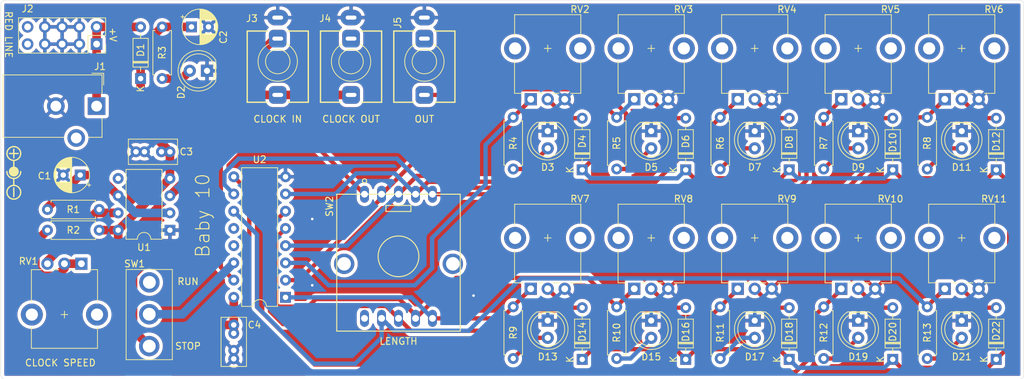
<source format=kicad_pcb>
(kicad_pcb (version 20211014) (generator pcbnew)
  (layers (0 "F.Cu" signal) (31 "B.Cu" signal) (36 "B.SilkS" user "B.Silkscreen") (37 "F.SilkS" user "F.Silkscreen") (38 "B.Mask" user) (39 "F.Mask" user) (44 "Edge.Cuts" user))
  (net 0 "")
  (net 1 "Net-(C1-Pad1)")
  (net 2 "GND")
  (net 3 "VCC")
  (net 4 "Net-(D1-Pad2)")
  (net 5 "Net-(D2-Pad2)")
  (net 6 "Net-(D3-Pad2)")
  (net 7 "Net-(D10-Pad1)")
  (net 8 "Net-(D4-Pad2)")
  (net 9 "Net-(D5-Pad2)")
  (net 10 "Net-(D6-Pad2)")
  (net 11 "Net-(D7-Pad2)")
  (net 12 "Net-(D8-Pad2)")
  (net 13 "Net-(D9-Pad2)")
  (net 14 "Net-(D10-Pad2)")
  (net 15 "Net-(D11-Pad2)")
  (net 16 "Net-(D12-Pad2)")
  (net 17 "Net-(D13-Pad2)")
  (net 18 "Net-(D14-Pad2)")
  (net 19 "Net-(D15-Pad2)")
  (net 20 "Net-(D16-Pad2)")
  (net 21 "Net-(D17-Pad2)")
  (net 22 "Net-(D18-Pad2)")
  (net 23 "Net-(D19-Pad2)")
  (net 24 "Net-(D20-Pad2)")
  (net 25 "Net-(D21-Pad2)")
  (net 26 "Net-(D22-Pad2)")
  (net 29 "/CLOCK")
  (net 30 "Net-(J3-PadTN)")
  (net 33 "Net-(R1-Pad2)")
  (net 34 "Net-(R2-Pad2)")
  (net 35 "Net-(R4-Pad1)")
  (net 36 "Net-(R5-Pad1)")
  (net 37 "Net-(R6-Pad1)")
  (net 38 "Net-(R7-Pad1)")
  (net 39 "Net-(R8-Pad1)")
  (net 40 "Net-(R9-Pad1)")
  (net 41 "Net-(R10-Pad1)")
  (net 42 "Net-(R11-Pad1)")
  (net 43 "Net-(R12-Pad1)")
  (net 44 "Net-(R13-Pad1)")
  (net 46 "Net-(SW1-Pad2)")
  (net 47 "Net-(SW2-Pad1)")
  (footprint "LED_THT:LED_D5.0mm" (layer "F.Cu") (at 120.015 78.232 -90)
    (fp_text reference "D13")
    (fp_text value "LED")
  )
  (footprint "AudioJacks:Jack_3.5mm_QingPu_WQP-PJ398SM_Vertical" (layer "F.Cu") (at 101.854 40.038 180)
    (fp_text reference "J5")
    (fp_text value "OUT")
  )
  (footprint "LED_THT:LED_D5.0mm" (layer "F.Cu") (at 180.975 50.292 -90)
    (fp_text reference "D11")
    (fp_text value "LED")
  )
  (footprint "LED_THT:LED_D5.0mm" (layer "F.Cu") (at 180.975 78.232 -90)
    (fp_text reference "D21")
    (fp_text value "LED")
  )
  (footprint "Package_DIP:DIP-16_W7.62mm" (layer "F.Cu") (at 81.407 74.803 180)
    (fp_text reference "U2")
    (fp_text value "4017")
  )
  (footprint "Rumblesan_Footprints:Potentiometer_Alpha_RD901F-40-00D_Single_Vertical_CircularHoles" (layer "F.Cu") (at 120.015 38.1)
    (fp_text reference "RV2")
    (fp_text value "100kB")
  )
  (footprint "LED_THT:LED_D5.0mm" (layer "F.Cu") (at 150.495 50.292 -90)
    (fp_text reference "D7")
    (fp_text value "LED")
  )
  (footprint "Rumblesan_Footprints:D_DO-35_SOD27_P7.62mm_Horizontal" (layer "F.Cu") (at 186.055 83.947 90)
    (fp_text reference "D22")
    (fp_text value "1n5189")
  )
  (footprint "Rumblesan_Footprints:R_Axial_DIN0207_L6.3mm_D2.5mm_P7.62mm_Horizontal" (layer "F.Cu") (at 46.355 61.849)
    (fp_text reference "R1")
    (fp_text value "1k")
  )
  (footprint "Rumblesan_Footprints:R_Axial_DIN0207_L6.3mm_D2.5mm_P7.62mm_Horizontal" (layer "F.Cu") (at 114.935 48.26 -90)
    (fp_text reference "R4")
    (fp_text value "3k3")
  )
  (footprint "Rumblesan_Footprints:CP_Radial_D5.0mm_P2.50mm" (layer "F.Cu") (at 67.564 34.925)
    (fp_text reference "C2")
    (fp_text value "1uF")
  )
  (footprint "Rumblesan_Footprints:R_Axial_DIN0207_L6.3mm_D2.5mm_P7.62mm_Horizontal" (layer "F.Cu") (at 145.415 76.2 -90)
    (fp_text reference "R11")
    (fp_text value "3k3")
  )
  (footprint "Rumblesan_Footprints:CP_Radial_D5.0mm_P2.50mm" (layer "F.Cu") (at 51.181 56.769 180)
    (fp_text reference "C1")
    (fp_text value "10uF")
  )
  (footprint "LED_THT:LED_D5.0mm" (layer "F.Cu") (at 135.255 50.292 -90)
    (fp_text reference "D5")
    (fp_text value "LED")
  )
  (footprint "Rumblesan_Footprints:R_Axial_DIN0207_L6.3mm_D2.5mm_P7.62mm_Horizontal" (layer "F.Cu") (at 175.895 48.26 -90)
    (fp_text reference "R8")
    (fp_text value "3k3")
  )
  (footprint "Rumblesan_Footprints:R_Axial_DIN0207_L6.3mm_D2.5mm_P7.62mm_Horizontal" (layer "F.Cu") (at 63.246 34.925 -90)
    (fp_text reference "R3")
    (fp_text value "3k3")
  )
  (footprint "LED_THT:LED_D5.0mm" (layer "F.Cu") (at 69.85 41.402 180)
    (fp_text reference "D2")
    (fp_text value "LED")
  )
  (footprint "Rumblesan_Footprints:R_Axial_DIN0207_L6.3mm_D2.5mm_P7.62mm_Horizontal" (layer "F.Cu") (at 160.655 76.2 -90)
    (fp_text reference "R12")
    (fp_text value "3k3")
  )
  (footprint "Rumblesan_Footprints:D_DO-35_SOD27_P7.62mm_Horizontal" (layer "F.Cu") (at 170.815 83.947 90)
    (fp_text reference "D20")
    (fp_text value "1n5189")
  )
  (footprint "Rumblesan_Footprints:Potentiometer_Alpha_RD901F-40-00D_Single_Vertical_CircularHoles" (layer "F.Cu") (at 48.855 77.343 180)
    (fp_text reference "RV1")
    (fp_text value "100kB")
  )
  (footprint "Rumblesan_Footprints:C_Rect_L7.0mm_W3.5mm_P2.50mm_P5.00mm" (layer "F.Cu") (at 73.787 78.867 -90)
    (fp_text reference "C4")
    (fp_text value "100nF")
  )
  (footprint "Rumblesan_Footprints:D_DO-35_SOD27_P7.62mm_Horizontal" (layer "F.Cu") (at 186.055 56.007 90)
    (fp_text reference "D12")
    (fp_text value "1n5189")
  )
  (footprint "Rumblesan_Footprints:Potentiometer_Alpha_RD901F-40-00D_Single_Vertical_CircularHoles" (layer "F.Cu") (at 135.255 38.1)
    (fp_text reference "RV3")
    (fp_text value "100kB")
  )
  (footprint "Rumblesan_Footprints:D_DO-35_SOD27_P7.62mm_Horizontal" (layer "F.Cu") (at 125.095 83.947 90)
    (fp_text reference "D14")
    (fp_text value "1n5189")
  )
  (footprint "Rumblesan_Footprints:D_DO-35_SOD27_P7.62mm_Horizontal" (layer "F.Cu") (at 125.095 56.007 90)
    (fp_text reference "D4")
    (fp_text value "1n5189")
  )
  (footprint "Rumblesan_Footprints:Potentiometer_Alpha_RD901F-40-00D_Single_Vertical_CircularHoles" (layer "F.Cu") (at 165.735 66.04)
    (fp_text reference "RV10")
    (fp_text value "100kB")
  )
  (footprint "AudioJacks:Jack_3.5mm_QingPu_WQP-PJ398SM_Vertical" (layer "F.Cu") (at 91.059 40.038 180)
    (fp_text reference "J4")
    (fp_text value "Clock_Out")
  )
  (footprint "Rumblesan_Footprints:Potentiometer_Alpha_RD901F-40-00D_Single_Vertical_CircularHoles" (layer "F.Cu") (at 165.735 38.1)
    (fp_text reference "RV5")
    (fp_text value "100kB")
  )
  (footprint "AudioJacks:Jack_3.5mm_QingPu_WQP-PJ398SM_Vertical" (layer "F.Cu") (at 80.264 40.038 180)
    (fp_text reference "J3")
    (fp_text value "Clock_In")
  )
  (footprint "Connector_BarrelJack:BarrelJack_CUI_PJ-102AH_Horizontal" (layer "F.Cu") (at 53.594 46.609 -90)
    (fp_text reference "J1")
    (fp_text value "Barrel_Jack_Switch")
  )
  (footprint "Rumblesan_Footprints:Potentiometer_Alpha_RD901F-40-00D_Single_Vertical_CircularHoles" (layer "F.Cu") (at 120.015 66.04)
    (fp_text reference "RV7")
    (fp_text value "100kB")
  )
  (footprint "Rumblesan_Footprints:D_DO-35_SOD27_P7.62mm_Horizontal" (layer "F.Cu") (at 170.815 56.007 90)
    (fp_text reference "D10")
    (fp_text value "1n5189")
  )
  (footprint "Rumblesan_Footprints:D_DO-35_SOD27_P7.62mm_Horizontal" (layer "F.Cu") (at 140.335 83.947 90)
    (fp_text reference "D16")
    (fp_text value "1n5189")
  )
  (footprint "Rumblesan_Footprints:R_Axial_DIN0207_L6.3mm_D2.5mm_P7.62mm_Horizontal" (layer "F.Cu") (at 130.175 76.2 -90)
    (fp_text reference "R10")
    (fp_text value "3k3")
  )
  (footprint "Rumblesan_Footprints:R_Axial_DIN0207_L6.3mm_D2.5mm_P7.62mm_Horizontal" (layer "F.Cu") (at 114.935 76.2 -90)
    (fp_text reference "R9")
    (fp_text value "3k3")
  )
  (footprint "Rumblesan_Footprints:R_Axial_DIN0207_L6.3mm_D2.5mm_P7.62mm_Horizontal" (layer "F.Cu") (at 160.655 48.26 -90)
    (fp_text reference "R7")
    (fp_text value "3k3")
  )
  (footprint "Rumblesan_Footprints:R_Axial_DIN0207_L6.3mm_D2.5mm_P7.62mm_Horizontal" (layer "F.Cu") (at 175.895 76.2 -90)
    (fp_text reference "R13")
    (fp_text value "3k3")
  )
  (footprint "Rumblesan_Footprints:R_Axial_DIN0207_L6.3mm_D2.5mm_P7.62mm_Horizontal" (layer "F.Cu") (at 130.175 48.26 -90)
    (fp_text reference "R5")
    (fp_text value "3k3")
  )
  (footprint "Rumblesan_Footprints:Potentiometer_Alpha_RD901F-40-00D_Single_Vertical_CircularHoles" (layer "F.Cu") (at 150.495 66.04)
    (fp_text reference "RV9")
    (fp_text value "100kB")
  )
  (footprint "Rumblesan_Footprints:Potentiometer_Alpha_RD901F-40-00D_Single_Vertical_CircularHoles" (layer "F.Cu") (at 180.975 38.1)
    (fp_text reference "RV6")
    (fp_text value "100kB")
  )
  (footprint "Rumblesan_Footprints:Potentiometer_Alpha_RD901F-40-00D_Single_Vertical_CircularHoles" (layer "F.Cu") (at 135.255 66.04)
    (fp_text reference "RV8")
    (fp_text value "100kB")
  )
  (footprint "Rumblesan_Footprints:R_Axial_DIN0207_L6.3mm_D2.5mm_P7.62mm_Horizontal" (layer "F.Cu") (at 145.415 48.26 -90)
    (fp_text reference "R6")
    (fp_text value "3k3")
  )
  (footprint "Rumblesan_Footprints:C_Rect_L7.0mm_W3.5mm_P2.50mm_P5.00mm" (layer "F.Cu") (at 64.389 53.34 180)
    (fp_text reference "C3")
    (fp_text value "100nF")
  )
  (footprint "Package_DIP:DIP-8_W7.62mm" (layer "F.Cu") (at 64.389 64.897 180)
    (fp_text reference "U1")
    (fp_text value "LM555xN")
  )
  (footprint "Rumblesan_Footprints:D_DO-35_SOD27_P7.62mm_Horizontal" (layer "F.Cu") (at 155.575 83.947 90)
    (fp_text reference "D18")
    (fp_text value "1n5189")
  )
  (footprint "Rumblesan_Footprints:Potentiometer_Alpha_RD901F-40-00D_Single_Vertical_CircularHoles" (layer "F.Cu") (at 180.975 66.04)
    (fp_text reference "RV11")
    (fp_text value "100kB")
  )
  (footprint "Connector_PinSocket_2.54mm:PinSocket_2x05_P2.54mm_Vertical" (layer "F.Cu") (at 53.594 37.465 -90)
    (fp_text reference "J2")
    (fp_text value "Euro_Power")
  )
  (footprint "Rumblesan_Footprints:D_DO-35_SOD27_P7.62mm_Horizontal" (layer "F.Cu") (at 140.335 56.007 90)
    (fp_text reference "D6")
    (fp_text value "1n5189")
  )
  (footprint "Rumblesan_Footprints:D_DO-35_SOD27_P7.62mm_Horizontal" (layer "F.Cu") (at 155.575 56.007 90)
    (fp_text reference "D8")
    (fp_text value "1n5189")
  )
  (footprint "LED_THT:LED_D5.0mm" (layer "F.Cu") (at 150.495 78.232 -90)
    (fp_text reference "D17")
    (fp_text value "LED")
  )
  (footprint "Rumblesan_Footprints:SW_SPDT_DailyWell_MiniToggle" (layer "F.Cu") (at 61.341 72.593 -90)
    (fp_text reference "SW1")
    (fp_text value "Run")
  )
  (footprint "LED_THT:LED_D5.0mm" (layer "F.Cu") (at 165.735 78.232 -90)
    (fp_text reference "D19")
    (fp_text value "LED")
  )
  (footprint "Rumblesan_Footprints:D_DO-35_SOD27_P7.62mm_Horizontal" (layer "F.Cu") (at 60.071 42.545 90)
    (fp_text reference "D1")
    (fp_text value "1N5189")
  )
  (footprint "custom:alpha_rotary_8" (layer "F.Cu") (at 98.044 68.755698 180)
    (fp_text reference "SW2")
    (fp_text value "SW_8pos")
  )
  (footprint "LED_THT:LED_D5.0mm" (layer "F.Cu") (at 120.015 50.292 -90)
    (fp_text reference "D3")
    (fp_text value "LED")
  )
  (footprint "Rumblesan_Footprints:R_Axial_DIN0207_L6.3mm_D2.5mm_P7.62mm_Horizontal" (layer "F.Cu") (at 53.975 64.897 180)
    (fp_text reference "R2")
    (fp_text value "1k")
  )
  (footprint "Rumblesan_Footprints:Potentiometer_Alpha_RD901F-40-00D_Single_Vertical_CircularHoles" (layer "F.Cu") (at 150.495 38.1)
    (fp_text reference "RV4")
    (fp_text value "100kB")
  )
  (footprint "LED_THT:LED_D5.0mm" (layer "F.Cu") (at 165.735 50.292 -90)
    (fp_text reference "D9")
    (fp_text value "LED")
  )
  (footprint "LED_THT:LED_D5.0mm" (layer "F.Cu") (at 135.255 78.232 -90)
    (fp_text reference "D15")
    (fp_text value "LED")
  )
  (gr_arc (start 42.418 56.261) (mid 41.402 57.277) (end 40.386 56.261) (layer "F.SilkS") (width 0.2))
  (gr_line (start 41.402 52.959) (end 41.402 54.229) (layer "F.SilkS") (width 0.2))
  (gr_line (start 41.402 55.626) (end 41.402 54.61) (layer "F.SilkS") (width 0.2))
  (gr_line (start 41.402 58.674) (end 41.402 59.944) (layer "F.SilkS") (width 0.2))
  (gr_circle (center 41.402 59.309) (end 42.418 59.309) (layer "F.SilkS") (width 0.2) (fill none))
  (gr_line (start 41.402 58.293) (end 41.402 57.277) (layer "F.SilkS") (width 0.2))
  (gr_line (start 40.767 53.594) (end 42.037 53.594) (layer "F.SilkS") (width 0.2))
  (gr_circle (center 41.402 53.594) (end 42.418 53.594) (layer "F.SilkS") (width 0.2) (fill none))
  (gr_circle (center 41.402 56.261) (end 42.037 56.261) (layer "F.SilkS") (width 0.2) (fill solid))
  (gr_arc (start 39.497 31.623) (mid 39.682987 31.173987) (end 40.132 30.988) (layer "Edge.Cuts") (width 0.05))
  (gr_arc (start 190.119 86.233) (mid 189.933013 86.682013) (end 189.484 86.868) (layer "Edge.Cuts") (width 0.05))
  (gr_arc (start 189.484 30.988) (mid 189.933013 31.173987) (end 190.119 31.623) (layer "Edge.Cuts") (width 0.05))
  (gr_line (start 189.484 30.988) (end 40.132 30.988) (layer "Edge.Cuts") (width 0.05))
  (gr_arc (start 40.132 86.868) (mid 39.682987 86.682013) (end 39.497 86.233) (layer "Edge.Cuts") (width 0.05))
  (gr_line (start 40.132 86.868) (end 189.484 86.868) (layer "Edge.Cuts") (width 0.05))
  (gr_line (start 190.119 86.233) (end 190.119 31.623) (layer "Edge.Cuts") (width 0.05))
  (gr_line (start 39.497 31.623) (end 39.497 86.233) (layer "Edge.Cuts") (width 0.05))
  (gr_text "Baby 10" (at 69.215 62.738 90) (layer "F.SilkS") (effects (font (size 2 2))))
  (gr_text "CLOCK IN" (at 80.264 48.514) (layer "F.SilkS") (effects (font (size 1 1))))
  (gr_text "CLOCK SPEED" (at 48.26 84.455) (layer "F.SilkS") (effects (font (size 1 1))))
  (gr_text "OUT" (at 101.854 48.514) (layer "F.SilkS") (effects (font (size 1 1))))
  (gr_text "+V" (at 56.007 36.068 270) (layer "F.SilkS") (effects (font (size 1 1))))
  (gr_text "CLOCK OUT" (at 91.059 48.514) (layer "F.SilkS") (effects (font (size 1 1))))
  (gr_text "LENGTH" (at 98.044 81.28) (layer "F.SilkS") (effects (font (size 1 1))))
  (gr_text "RED LINE" (at 40.64 36.068 270) (layer "F.SilkS") (effects (font (size 1 1))))
  (gr_text "RUN" (at 67.056 72.467) (layer "F.SilkS") (effects (font (size 1 1))))
  (gr_text "STOP" (at 67.056 81.992) (layer "F.SilkS") (effects (font (size 1 1))))
  (segment (start 46.355 61.595) (end 51.181 56.769) (width 1.27) (layer "F.Cu") (net 1))
  (segment (start 46.355 61.849) (end 46.355 61.595) (width 1.27) (layer "F.Cu") (net 1))
  (segment (start 51.181 56.769) (end 53.721 56.769) (width 1.27) (layer "F.Cu") (net 1))
  (segment (start 53.721 56.769) (end 56.769 59.817) (width 1.27) (layer "F.Cu") (net 1))
  (segment (start 64.389 62.357) (end 59.309 62.357) (width 1.27) (layer "B.Cu") (net 1))
  (segment (start 59.309 62.357) (end 56.769 59.817) (width 1.27) (layer "B.Cu") (net 1))
  (via (at 85.344 73.025) (size 0.762) (drill 0.381) (layers "F.Cu" "B.Cu") (net 2))
  (via (at 85.344 63.246) (size 0.762) (drill 0.381) (layers "F.Cu" "B.Cu") (net 2))
  (via (at 109.093 74.549) (size 0.762) (drill 0.381) (layers "F.Cu" "B.Cu") (net 2))
  (segment (start 56.769 64.897) (end 53.975 64.897) (width 1.27) (layer "F.Cu") (net 3))
  (segment (start 64.135 85.09) (end 70.358 78.867) (width 1.27) (layer "F.Cu") (net 3))
  (segment (start 63.246 34.925) (end 67.564 34.925) (width 1.27) (layer "F.Cu") (net 3))
  (segment (start 60.071 42.545) (end 60.071 49.022) (width 1.27) (layer "F.Cu") (net 3))
  (segment (start 60.071 49.022) (end 64.389 53.34) (width 1.27) (layer "F.Cu") (net 3))
  (segment (start 58.293 85.09) (end 64.135 85.09) (width 1.27) (layer "F.Cu") (net 3))
  (segment (start 56.769 64.897) (end 56.769 83.566) (width 1.27) (layer "F.Cu") (net 3))
  (segment (start 60.071 38.1) (end 63.246 34.925) (width 1.27) (layer "F.Cu") (net 3))
  (segment (start 56.769 83.566) (end 58.293 85.09) (width 1.27) (layer "F.Cu") (net 3))
  (segment (start 60.071 42.545) (end 60.071 38.1) (width 1.27) (layer "F.Cu") (net 3))
  (segment (start 73.787 78.867) (end 73.787 80.117) (width 1.27) (layer "F.Cu") (net 3))
  (segment (start 64.389 53.34) (end 63.139 53.34) (width 1.27) (layer "F.Cu") (net 3))
  (segment (start 70.358 78.867) (end 73.787 78.867) (width 1.27) (layer "F.Cu") (net 3))
  (segment (start 64.389 53.34) (end 64.389 57.277) (width 1.27) (layer "F.Cu") (net 3))
  (segment (start 73.787 74.803) (end 73.787 78.867) (width 1.27) (layer "F.Cu") (net 3))
  (segment (start 56.769 64.897) (end 64.389 57.277) (width 1.27) (layer "F.Cu") (net 3))
  (segment (start 53.594 37.465) (end 53.594 46.609) (width 1.27) (layer "F.Cu") (net 4))
  (segment (start 53.594 34.925) (end 60.071 34.925) (width 1.27) (layer "F.Cu") (net 4))
  (segment (start 53.594 34.925) (end 53.594 37.465) (width 1.27) (layer "F.Cu") (net 4))
  (segment (start 66.167 42.545) (end 67.31 41.402) (width 1.27) (layer "F.Cu") (net 5))
  (segment (start 63.246 42.545) (end 66.167 42.545) (width 1.27) (layer "F.Cu") (net 5))
  (segment (start 116.967 55.88) (end 120.015 52.832) (width 0.635) (layer "F.Cu") (net 6))
  (segment (start 114.935 55.88) (end 116.967 55.88) (width 0.635) (layer "F.Cu") (net 6))
  (segment (start 140.335 56.007) (end 141.579011 57.251011) (width 0.635) (layer "F.Cu") (net 7))
  (segment (start 125.095 83.947) (end 126.593011 82.448989) (width 0.635) (layer "F.Cu") (net 7))
  (segment (start 184.810989 57.251011) (end 186.055 56.007) (width 0.635) (layer "F.Cu") (net 7))
  (segment (start 154.076989 82.448989) (end 155.575 83.947) (width 0.635) (layer "F.Cu") (net 7))
  (segment (start 154.330989 57.251011) (end 155.575 56.007) (width 0.635) (layer "F.Cu") (net 7))
  (segment (start 131.546011 49.555989) (end 125.095 56.007) (width 0.635) (layer "F.Cu") (net 7))
  (segment (start 110.617 42.418) (end 126.271903 42.418) (width 0.635) (layer "F.Cu") (net 7))
  (segment (start 141.833011 82.448989) (end 154.076989 82.448989) (width 0.635) (layer "F.Cu") (net 7))
  (segment (start 126.271903 42.418) (end 131.546011 47.692108) (width 0.635) (layer "F.Cu") (net 7))
  (segment (start 108.077 44.958) (end 110.617 42.418) (width 0.635) (layer "F.Cu") (net 7))
  (segment (start 140.335 83.947) (end 141.833011 82.448989) (width 0.635) (layer "F.Cu") (net 7))
  (segment (start 138.836989 82.448989) (end 140.335 83.947) (width 0.635) (layer "F.Cu") (net 7))
  (segment (start 187.966011 82.035989) (end 187.966011 57.918011) (width 0.635) (layer "F.Cu") (net 7))
  (segment (start 101.854 44.958) (end 108.077 44.958) (width 0.635) (layer "F.Cu") (net 7))
  (segment (start 141.579011 57.251011) (end 154.330989 57.251011) (width 0.635) (layer "F.Cu") (net 7))
  (segment (start 186.055 83.947) (end 187.966011 82.035989) (width 0.635) (layer "F.Cu") (net 7))
  (segment (start 187.966011 57.918011) (end 186.055 56.007) (width 0.635) (layer "F.Cu") (net 7))
  (segment (start 126.593011 82.448989) (end 138.836989 82.448989) (width 0.635) (layer "F.Cu") (net 7))
  (segment (start 184.810989 85.191011) (end 186.055 83.947) (width 0.635) (layer "F.Cu") (net 7))
  (segment (start 170.815 83.947) (end 172.059011 85.191011) (width 0.635) (layer "F.Cu") (net 7))
  (segment (start 172.059011 85.191011) (end 184.810989 85.191011) (width 0.635) (layer "F.Cu") (net 7))
  (segment (start 131.546011 47.692108) (end 131.546011 49.555989) (width 0.635) (layer "F.Cu") (net 7))
  (segment (start 170.815 56.007) (end 172.059011 57.251011) (width 0.635) (layer "F.Cu") (net 7))
  (segment (start 172.059011 57.251011) (end 184.810989 57.251011) (width 0.635) (layer "F.Cu") (net 7))
  (segment (start 126.339011 57.251011) (end 139.090989 57.251011) (width 0.635) (layer "B.Cu") (net 7))
  (segment (start 156.819011 85.191011) (end 169.570989 85.191011) (width 0.635) (layer "B.Cu") (net 7))
  (segment (start 155.575 56.007) (end 156.819011 57.251011) (width 0.635) (layer "B.Cu") (net 7))
  (segment (start 139.090989 57.251011) (end 140.335 56.007) (width 0.635) (layer "B.Cu") (net 7))
  (segment (start 169.570989 57.251011) (end 170.815 56.007) (width 0.635) (layer "B.Cu") (net 7))
  (segment (start 156.819011 57.251011) (end 169.570989 57.251011) (width 0.635) (layer "B.Cu") (net 7))
  (segment (start 125.095 56.007) (end 126.339011 57.251011) (width 0.635) (layer "B.Cu") (net 7))
  (segment (start 155.575 83.947) (end 156.819011 85.191011) (width 0.635) (layer "B.Cu") (net 7))
  (segment (start 169.570989 85.191011) (end 170.815 83.947) (width 0.635) (layer "B.Cu") (net 7))
  (segment (start 120.015 45.6) (end 122.802 48.387) (width 0.635) (layer "F.Cu") (net 8))
  (segment (start 122.802 48.387) (end 125.095 48.387) (width 0.635) (layer "F.Cu") (net 8))
  (segment (start 132.207 55.88) (end 135.255 52.832) (width 0.635) (layer "F.Cu") (net 9))
  (segment (start 130.175 55.88) (end 132.207 55.88) (width 0.635) (layer "F.Cu") (net 9))
  (segment (start 138.042 48.387) (end 140.335 48.387) (width 0.635) (layer "F.Cu") (net 10))
  (segment (start 135.255 45.6) (end 138.042 48.387) (width 0.635) (layer "F.Cu") (net 10))
  (segment (start 150.495 52.832) (end 148.463 52.832) (width 0.635) (layer "F.Cu") (net 11))
  (segment (start 148.463 52.832) (end 145.415 55.88) (width 0.635) (layer "F.Cu") (net 11))
  (segment (start 150.495 45.6) (end 153.282 48.387) (width 0.635) (layer "F.Cu") (net 12))
  (segment (start 153.282 48.387) (end 155.575 48.387) (width 0.635) (layer "F.Cu") (net 12))
  (segment (start 163.703 52.832) (end 160.655 55.88) (width 0.635) (layer "F.Cu") (net 13))
  (segment (start 165.735 52.832) (end 163.703 52.832) (width 0.635) (layer "F.Cu") (net 13))
  (segment (start 165.735 45.6) (end 168.522 48.387) (width 0.635) (layer "F.Cu") (net 14))
  (segment (start 168.522 48.387) (end 170.815 48.387) (width 0.635) (layer "F.Cu") (net 14))
  (segment (start 180.975 52.832) (end 178.943 52.832) (width 0.635) (layer "F.Cu") (net 15))
  (segment (start 178.943 52.832) (end 175.895 55.88) (width 0.635) (layer "F.Cu") (net 15))
  (segment (start 180.975 45.6) (end 183.762 48.387) (width 0.635) (layer "F.Cu") (net 16))
  (segment (start 183.762 48.387) (end 186.055 48.387) (width 0.635) (layer "F.Cu") (net 16))
  (segment (start 120.015 80.772) (end 117.983 80.772) (width 0.635) (layer "F.Cu") (net 17))
  (segment (start 117.983 80.772) (end 114.935 83.82) (width 0.635) (layer "F.Cu") (net 17))
  (segment (start 120.015 73.54) (end 122.802 76.327) (width 0.635) (layer "F.Cu") (net 18))
  (segment (start 122.802 76.327) (end 125.095 76.327) (width 0.635) (layer "F.Cu") (net 18))
  (segment (start 130.175 83.82) (end 132.207 83.82) (width 0.635) (layer "B.Cu") (net 19))
  (segment (start 132.207 83.82) (end 135.255 80.772) (width 0.635) (layer "B.Cu") (net 19))
  (segment (start 135.255 73.54) (end 138.042 76.327) (width 0.635) (layer "F.Cu") (net 20))
  (segment (start 138.042 76.327) (end 140.335 76.327) (width 0.635) (layer "F.Cu") (net 20))
  (segment (start 148.463 80.772) (end 145.415 83.82) (width 0.635) (layer "B.Cu") (net 21))
  (segment (start 150.495 80.772) (end 148.463 80.772) (width 0.635) (layer "B.Cu") (net 21))
  (segment (start 150.495 73.54) (end 153.282 76.327) (width 0.635) (layer "F.Cu") (net 22))
  (segment (start 153.282 76.327) (end 155.575 76.327) (width 0.635) (layer "F.Cu") (net 22))
  (segment (start 160.655 83.82) (end 162.687 83.82) (width 0.635) (layer "F.Cu") (net 23))
  (segment (start 162.687 83.82) (end 165.735 80.772) (width 0.635) (layer "F.Cu") (net 23))
  (segment (start 165.735 73.54) (end 168.522 76.327) (width 0.635) (layer "F.Cu") (net 24))
  (segment (start 168.522 76.327) (end 170.815 76.327) (width 0.635) (layer "F.Cu") (net 24))
  (segment (start 177.927 83.82) (end 180.975 80.772) (width 0.635) (layer "F.Cu") (net 25))
  (segment (start 175.895 83.82) (end 177.927 83.82) (width 0.635) (layer "F.Cu") (net 25))
  (segment (start 183.762 76.327) (end 186.055 76.327) (width 0.635) (layer "F.Cu") (net 26))
  (segment (start 180.975 73.54) (end 183.762 76.327) (width 0.635) (layer "F.Cu") (net 26))
  (segment (start 58.952489 71.476511) (end 62.357 68.072) (width 1.27) (layer "F.Cu") (net 29))
  (segment (start 62.357 68.072) (end 64.897 68.072) (width 1.27) (layer "F.Cu") (net 29))
  (segment (start 68.453 51.054) (end 68.453 64.516) (width 1.27) (layer "F.Cu") (net 29))
  (segment (start 80.264 44.958) (end 91.059 44.958) (width 1.27) (layer "F.Cu") (net 29))
  (segment (start 61.341 81.993) (end 58.952489 79.604489) (width 1.27) (layer "F.Cu") (net 29))
  (segment (start 58.952489 79.604489) (end 58.952489 71.476511) (width 1.27) (layer "F.Cu") (net 29))
  (segment (start 68.453 64.516) (end 64.897 68.072) (width 1.27) (layer "F.Cu") (net 29))
  (segment (start 74.549 44.958) (end 68.453 51.054) (width 1.27) (layer "F.Cu") (net 29))
  (segment (start 80.264 44.958) (end 74.549 44.958) (width 1.27) (layer "F.Cu") (net 29))
  (segment (start 80.264 36.658) (end 79.801 36.658) (width 1.27) (layer "F.Cu") (net 30))
  (segment (start 66.4845 49.9745) (end 66.4845 57.7215) (width 1.27) (layer "F.Cu") (net 30))
  (segment (start 64.389 59.817) (end 66.4845 57.7215) (width 1.27) (layer "F.Cu") (net 30))
  (segment (start 79.801 36.658) (end 66.4845 49.9745) (width 1.27) (layer "F.Cu") (net 30))
  (segment (start 53.213 62.611) (end 53.975 61.849) (width 1.27) (layer "F.Cu") (net 33))
  (segment (start 56.769 62.357) (end 53.467 62.357) (width 1.27) (layer "F.Cu") (net 33))
  (segment (start 56.769 62.357) (end 54.483 62.357) (width 1.27) (layer "F.Cu") (net 33))
  (segment (start 46.355 69.843) (end 46.355 69.469) (width 1.27) (layer "F.Cu") (net 33))
  (segment (start 53.467 62.357) (end 53.213 62.611) (width 1.27) (layer "F.Cu") (net 33))
  (segment (start 54.483 62.357) (end 53.975 61.849) (width 1.27) (layer "F.Cu") (net 33))
  (segment (start 46.355 69.469) (end 53.213 62.611) (width 1.27) (layer "F.Cu") (net 33))
  (segment (start 48.855 70.525) (end 48.855 69.843) (width 1.27) (layer "F.Cu") (net 34))
  (segment (start 48.855 69.843) (end 51.355 69.843) (width 1.27) (layer "F.Cu") (net 34))
  (segment (start 44.566489 66.685511) (end 44.566489 70.583827) (width 1.27) (layer "F.Cu") (net 34))
  (segment (start 46.355 64.897) (end 44.566489 66.685511) (width 1.27) (layer "F.Cu") (net 34))
  (segment (start 45.614173 71.631511) (end 47.748489 71.631511) (width 1.27) (layer "F.Cu") (net 34))
  (segment (start 47.748489 71.631511) (end 48.855 70.525) (width 1.27) (layer "F.Cu") (net 34))
  (segment (start 44.566489 70.583827) (end 45.614173 71.631511) (width 1.27) (layer "F.Cu") (net 34))
  (segment (start 117.515 45.6) (end 117.515 45.68) (width 0.635) (layer "F.Cu") (net 35))
  (segment (start 117.515 45.68) (end 114.935 48.26) (width 0.635) (layer "F.Cu") (net 35))
  (segment (start 100.457 73.025) (end 102.997 70.485) (width 0.635) (layer "B.Cu") (net 35))
  (segment (start 102.997 66.04) (end 110.871 58.166) (width 0.635) (layer "B.Cu") (net 35))
  (segment (start 81.407 69.723) (end 84.455 69.723) (width 0.635) (layer "B.Cu") (net 35))
  (segment (start 84.455 69.723) (end 87.757 73.025) (width 0.635) (layer "B.Cu") (net 35))
  (segment (start 110.871 52.324) (end 114.935 48.26) (width 0.635) (layer "B.Cu") (net 35))
  (segment (start 102.997 70.485) (end 102.997 66.04) (width 0.635) (layer "B.Cu") (net 35))
  (segment (start 110.871 58.166) (end 110.871 52.324) (width 0.635) (layer "B.Cu") (net 35))
  (segment (start 87.757 73.025) (end 100.457 73.025) (width 0.635) (layer "B.Cu") (net 35))
  (segment (start 126.043989 44.128989) (end 111.024809 44.128989) (width 0.635) (layer "F.Cu") (net 36))
  (segment (start 83.439 72.263) (end 81.407 72.263) (width 0.635) (layer "F.Cu") (net 36))
  (segment (start 130.175 48.26) (end 126.043989 44.128989) (width 0.635) (layer "F.Cu") (net 36))
  (segment (start 95.5548 60.1472) (end 83.439 72.263) (width 0.635) (layer "F.Cu") (net 36))
  (segment (start 111.024809 44.128989) (end 95.5548 59.598998) (width 0.635) (layer "F.Cu") (net 36))
  (segment (start 95.5548 59.598998) (end 95.5548 60.1472) (width 0.635) (layer "F.Cu") (net 36))
  (segment (start 132.755005 45.679995) (end 130.175 48.26) (width 0.635) (layer "B.Cu") (net 36))
  (segment (start 100.75354 56.889458) (end 98.044 59.598998) (width 0.635) (layer "F.Cu") (net 37))
  (segment (start 135.916522 57.758478) (end 108.418036 57.758478) (width 0.635) (layer "F.Cu") (net 37))
  (segment (start 145.415 48.26) (end 135.916522 57.758478) (width 0.635) (layer "F.Cu") (net 37))
  (segment (start 147.995 45.6) (end 147.995 45.68) (width 0.635) (layer "F.Cu") (net 37))
  (segment (start 108.418036 57.758478) (end 107.549016 56.889458) (width 0.635) (layer "F.Cu") (net 37))
  (segment (start 147.995 45.68) (end 145.415 48.26) (width 0.635) (layer "F.Cu") (net 37))
  (segment (start 107.549016 56.889458) (end 100.75354 56.889458) (width 0.635) (layer "F.Cu") (net 37))
  (segment (start 81.407 67.183) (end 90.459998 67.183) (width 0.635) (layer "B.Cu") (net 37))
  (segment (start 90.459998 67.183) (end 98.044 59.598998) (width 0.635) (layer "B.Cu") (net 37))
  (segment (start 155.704026 58.674) (end 156.972 58.674) (width 0.635) (layer "F.Cu") (net 38))
  (segment (start 108.049998 58.646998) (end 107.180978 57.777978) (width 0.635) (layer "F.Cu") (net 38))
  (segment (start 158.115 57.531) (end 158.115 52.324) (width 0.635) (layer "F.Cu") (net 38))
  (segment (start 155.677024 58.646998) (end 155.704026 58.674) (width 0.635) (layer "F.Cu") (net 38))
  (segment (start 107.180978 57.777978) (end 102.37962 57.777978) (width 0.635) (layer "F.Cu") (net 38))
  (segment (start 156.972 58.674) (end 158.115 57.531) (width 0.635) (layer "F.Cu") (net 38))
  (segment (start 155.677024 58.646998) (end 108.049998 58.646998) (width 0.635) (layer "F.Cu") (net 38))
  (segment (start 158.115 52.324) (end 160.655 49.784) (width 0.635) (layer "F.Cu") (net 38))
  (segment (start 163.235 45.68) (end 160.655 48.26) (width 0.635) (layer "F.Cu") (net 38))
  (segment (start 160.655 49.784) (end 160.655 48.26) (width 0.635) (layer "F.Cu") (net 38))
  (segment (start 102.37962 57.777978) (end 100.5586 59.598998) (width 0.635) (layer "F.Cu") (net 38))
  (segment (start 163.235 45.6) (end 163.235 45.68) (width 0.635) (layer "F.Cu") (net 38))
  (segment (start 88.773 59.563) (end 91.821 56.515) (width 0.635) (layer "B.Cu") (net 38))
  (segment (start 91.821 56.515) (end 97.474602 56.515) (width 0.635) (layer "B.Cu") (net 38))
  (segment (start 81.407 59.563) (end 88.773 59.563) (width 0.635) (layer "B.Cu") (net 38))
  (segment (start 97.474602 56.515) (end 100.5586 59.598998) (width 0.635) (layer "B.Cu") (net 38))
  (segment (start 175.895 48.26) (end 174.569996 48.26) (width 0.635) (layer "F.Cu") (net 39))
  (segment (start 175.895 48.26) (end 175.895 48.18) (width 0.635) (layer "F.Cu") (net 39))
  (segment (start 103.0478 59.598998) (end 163.230998 59.598998) (width 0.635) (layer "F.Cu") (net 39))
  (segment (start 174.569996 48.26) (end 163.230998 59.598998) (width 0.635) (layer "F.Cu") (net 39))
  (segment (start 175.895 48.18) (end 178.475 45.6) (width 0.635) (layer "F.Cu") (net 39))
  (segment (start 72.415989 58.191989) (end 72.415989 56.455108) (width 0.635) (layer "B.Cu") (net 39))
  (segment (start 97.804802 54.356) (end 103.0478 59.598998) (width 0.635) (layer "B.Cu") (net 39))
  (segment (start 72.415989 56.455108) (end 74.515097 54.356) (width 0.635) (layer "B.Cu") (net 39))
  (segment (start 74.515097 54.356) (end 97.804802 54.356) (width 0.635) (layer "B.Cu") (net 39))
  (segment (start 73.787 59.563) (end 72.415989 58.191989) (width 0.635) (layer "B.Cu") (net 39))
  (segment (start 103.0478 77.899698) (end 113.235302 77.899698) (width 0.635) (layer "F.Cu") (net 40))
  (segment (start 114.935 76.12) (end 117.515 73.54) (width 0.635) (layer "F.Cu") (net 40))
  (segment (start 113.235302 77.899698) (end 114.935 76.2) (width 0.635) (layer "F.Cu") (net 40))
  (segment (start 114.935 76.2) (end 114.935 76.12) (width 0.635) (layer "F.Cu") (net 40))
  (segment (start 81.407 74.803) (end 99.951102 74.803) (width 0.635) (layer "B.Cu") (net 40))
  (segment (start 99.951102 74.803) (end 103.0478 77.899698) (width 0.635) (layer "B.Cu") (net 40))
  (segment (start 106.526689 71.931609) (end 125.906609 71.931609) (width 0.635) (layer "F.Cu") (net 41))
  (segment (start 80.365011 76.174011) (end 84.748431 76.174011) (width 0.635) (layer "F.Cu") (net 41))
  (segment (start 125.906609 71.931609) (end 130.175 76.2) (width 0.635) (layer "F.Cu") (net 41))
  (segment (start 130.175 76.2) (end 130.175 76.12) (width 0.635) (layer "F.Cu") (net 41))
  (segment (start 80.035989 66.014011) (end 80.035989 75.844989) (width 0.635) (layer "F.Cu") (net 41))
  (segment (start 100.5586 77.899698) (end 106.526689 71.931609) (width 0.635) (layer "F.Cu") (net 41))
  (segment (start 80.035989 75.844989) (end 80.365011 76.174011) (width 0.635) (layer "F.Cu") (net 41))
  (segment (start 98.171 75.057) (end 100.5586 77.4446) (width 0.635) (layer "F.Cu") (net 41))
  (segment (start 100.5586 77.4446) (end 100.5586 77.899698) (width 0.635) (layer "F.Cu") (net 41))
  (segment (start 85.865442 75.057) (end 98.171 75.057) (width 0.635) (layer "F.Cu") (net 41))
  (segment (start 84.748431 76.174011) (end 85.865442 75.057) (width 0.635) (layer "F.Cu") (net 41))
  (segment (start 130.175 76.12) (end 132.755 73.54) (width 0.635) (layer "F.Cu") (net 41))
  (segment (start 81.407 64.643) (end 80.035989 66.014011) (width 0.635) (layer "F.Cu") (net 41))
  (segment (start 81.026 78.74) (end 79.121 76.835) (width 0.635) (layer "F.Cu") (net 42))
  (segment (start 83.439 78.74) (end 81.026 78.74) (width 0.635) (layer "F.Cu") (net 42))
  (segment (start 147.995 73.62) (end 145.415 76.2) (width 0.635) (layer "F.Cu") (net 42))
  (segment (start 133.840199 76.704779) (end 136.648779 76.704779) (width 0.635) (layer "F.Cu") (net 42))
  (segment (start 137.642011 77.698011) (end 143.916989 77.698011) (width 0.635) (layer "F.Cu") (net 42))
  (segment (start 96.22298 76.078678) (end 86.100322 76.078678) (width 0.635) (layer "F.Cu") (net 42))
  (segment (start 115.58426 79.720718) (end 118.543989 76.760989) (width 0.635) (layer "F.Cu") (net 42))
  (segment (start 86.100322 76.078678) (end 83.439 78.74) (width 0.635) (layer "F.Cu") (net 42))
  (segment (start 123.19 77.978) (end 132.566978 77.978) (width 0.635) (layer "F.Cu") (net 42))
  (segment (start 79.121 64.389) (end 81.407 62.103) (width 0.635) (layer "F.Cu") (net 42))
  (segment (start 143.916989 77.698011) (end 145.415 76.2) (width 0.635) (layer "F.Cu") (net 42))
  (segment (start 132.566978 77.978) (end 133.840199 76.704779) (width 0.635) (layer "F.Cu") (net 42))
  (segment (start 121.972989 76.760989) (end 123.19 77.978) (width 0.635) (layer "F.Cu") (net 42))
  (segment (start 136.648779 76.704779) (end 137.642011 77.698011) (width 0.635) (layer "F.Cu") (net 42))
  (segment (start 79.121 76.835) (end 79.121 64.389) (width 0.635) (layer "F.Cu") (net 42))
  (segment (start 98.044 77.899698) (end 96.22298 76.078678) (width 0.635) (layer "F.Cu") (net 42))
  (segment (start 147.995 73.54) (end 147.995 73.62) (width 0.635) (layer "F.Cu") (net 42))
  (segment (start 118.543989 76.760989) (end 121.972989 76.760989) (width 0.635) (layer "F.Cu") (net 42))
  (segment (start 98.044 77.899698) (end 99.86502 79.720718) (width 0.635) (layer "F.Cu") (net 42))
  (segment (start 99.86502 79.720718) (end 115.58426 79.720718) (width 0.635) (layer "F.Cu") (net 42))
  (segment (start 158.115 78.74) (end 160.655 76.2) (width 0.635) (layer "F.Cu") (net 43))
  (segment (start 73.787 57.023) (end 76.073 59.309) (width 0.635) (layer "F.Cu") (net 43))
  (segment (start 85.217 85.852) (end 156.464 85.852) (width 0.635) (layer "F.Cu") (net 43))
  (segment (start 158.115 84.201) (end 158.115 78.74) (width 0.635) (layer "F.Cu") (net 43))
  (segment (start 76.073 76.708) (end 85.217 85.852) (width 0.635) (layer "F.Cu") (net 43))
  (segment (start 76.073 59.309) (end 76.073 76.708) (width 0.635) (layer "F.Cu") (net 43))
  (segment (start 156.464 85.852) (end 158.115 84.201) (width 0.635) (layer "F.Cu") (net 43))
  (segment (start 163.235 73.54) (end 163.235 73.62) (width 0.635) (layer "F.Cu") (net 43))
  (segment (start 163.235 73.62) (end 160.655 76.2) (width 0.635) (layer "F.Cu") (net 43))
  (segment (start 175.895 76.12) (end 178.475 73.54) (width 0.635) (layer "F.Cu") (net 44))
  (segment (start 175.895 76.2) (end 175.895 76.12) (width 0.635) (layer "F.Cu") (net 44))
  (segment (start 77.216 65.532) (end 77.216 76.2) (width 0.635) (layer "B.Cu") (net 44))
  (segment (start 73.787 62.103) (end 77.216 65.532) (width 0.635) (layer "B.Cu") (net 44))
  (segment (start 85.598 84.582) (end 91.694 84.582) (width 0.635) (layer "B.Cu") (net 44))
  (segment (start 171.704 72.009) (end 175.895 76.2) (width 0.635) (layer "B.Cu") (net 44))
  (segment (start 116.103978 72.009) (end 171.704 72.009) (width 0.635) (layer "B.Cu") (net 44))
  (segment (start 108.39226 79.720718) (end 116.103978 72.009) (width 0.635) (layer "B.Cu") (net 44))
  (segment (start 95.5548 77.899698) (end 97.37582 79.720718) (width 0.635) (layer "B.Cu") (net 44))
  (segment (start 95.5548 80.7212) (end 95.5548 77.899698) (width 0.635) (layer "B.Cu") (net 44))
  (segment (start 97.37582 79.720718) (end 108.39226 79.720718) (width 0.635) (layer "B.Cu") (net 44))
  (segment (start 77.216 76.2) (end 85.598 84.582) (width 0.635) (layer "B.Cu") (net 44))
  (segment (start 91.694 84.582) (end 95.5548 80.7212) (width 0.635) (layer "B.Cu") (net 44))
  (segment (start 61.341 77.293) (end 66.217 77.293) (width 1.27) (layer "B.Cu") (net 46))
  (segment (start 66.217 77.293) (end 73.787 69.723) (width 1.27) (layer "B.Cu") (net 46))
  (segment (start 83.987202 50.546) (end 93.0402 59.598998) (width 0.635) (layer "F.Cu") (net 47))
  (segment (start 71.882 54.864) (end 71.882 70.358) (width 0.635) (layer "F.Cu") (net 47))
  (segment (start 71.882 70.358) (end 73.787 72.263) (width 0.635) (layer "F.Cu") (net 47))
  (segment (start 71.882 54.864) (end 76.2 50.546) (width 0.635) (layer "F.Cu") (net 47))
  (segment (start 76.2 50.546) (end 83.987202 50.546) (width 0.635) (layer "F.Cu") (net 47))
  (zone (net 2) (net_name "GND") (layers F&B.Cu) (connect_pads (clearance 0.508)) (min_thickness 0.254) (fill yes (thermal_gap 0.508) (thermal_bridge_width 0.508))
    (polygon (pts (xy 190.119 86.868) (xy 39.497 86.868) (xy 39.497 30.988) (xy 190.119 30.988)))
  )
)
</source>
